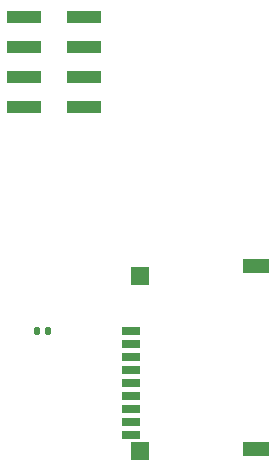
<source format=gbr>
%TF.GenerationSoftware,KiCad,Pcbnew,(6.0.4-0)*%
%TF.CreationDate,2023-01-17T00:41:14-07:00*%
%TF.ProjectId,Gamecube_SD2SP2PRO,47616d65-6375-4626-955f-534432535032,rev?*%
%TF.SameCoordinates,Original*%
%TF.FileFunction,Paste,Top*%
%TF.FilePolarity,Positive*%
%FSLAX46Y46*%
G04 Gerber Fmt 4.6, Leading zero omitted, Abs format (unit mm)*
G04 Created by KiCad (PCBNEW (6.0.4-0)) date 2023-01-17 00:41:14*
%MOMM*%
%LPD*%
G01*
G04 APERTURE LIST*
G04 Aperture macros list*
%AMRoundRect*
0 Rectangle with rounded corners*
0 $1 Rounding radius*
0 $2 $3 $4 $5 $6 $7 $8 $9 X,Y pos of 4 corners*
0 Add a 4 corners polygon primitive as box body*
4,1,4,$2,$3,$4,$5,$6,$7,$8,$9,$2,$3,0*
0 Add four circle primitives for the rounded corners*
1,1,$1+$1,$2,$3*
1,1,$1+$1,$4,$5*
1,1,$1+$1,$6,$7*
1,1,$1+$1,$8,$9*
0 Add four rect primitives between the rounded corners*
20,1,$1+$1,$2,$3,$4,$5,0*
20,1,$1+$1,$4,$5,$6,$7,0*
20,1,$1+$1,$6,$7,$8,$9,0*
20,1,$1+$1,$8,$9,$2,$3,0*%
G04 Aperture macros list end*
%ADD10R,1.600000X0.700000*%
%ADD11R,2.200000X1.200000*%
%ADD12R,1.500000X1.600000*%
%ADD13RoundRect,0.140000X0.140000X0.170000X-0.140000X0.170000X-0.140000X-0.170000X0.140000X-0.170000X0*%
%ADD14R,3.000000X1.000000*%
G04 APERTURE END LIST*
D10*
%TO.C,J3*%
X95550000Y-87800000D03*
X95550000Y-88900000D03*
X95550000Y-90000000D03*
X95550000Y-91100000D03*
X95550000Y-92200000D03*
X95550000Y-93300000D03*
X95550000Y-94400000D03*
X95550000Y-95500000D03*
X95550000Y-96600000D03*
D11*
X106150000Y-82300000D03*
X106150000Y-97800000D03*
D12*
X96300000Y-83200000D03*
X96300000Y-98000000D03*
%TD*%
D13*
%TO.C,C1*%
X88580000Y-87800000D03*
X87620000Y-87800000D03*
%TD*%
D14*
%TO.C,J2*%
X91584000Y-61190000D03*
X86544000Y-61190000D03*
X91584000Y-63730000D03*
X86544000Y-63730000D03*
X91584000Y-66270000D03*
X86544000Y-66270000D03*
X91584000Y-68810000D03*
X86544000Y-68810000D03*
%TD*%
M02*

</source>
